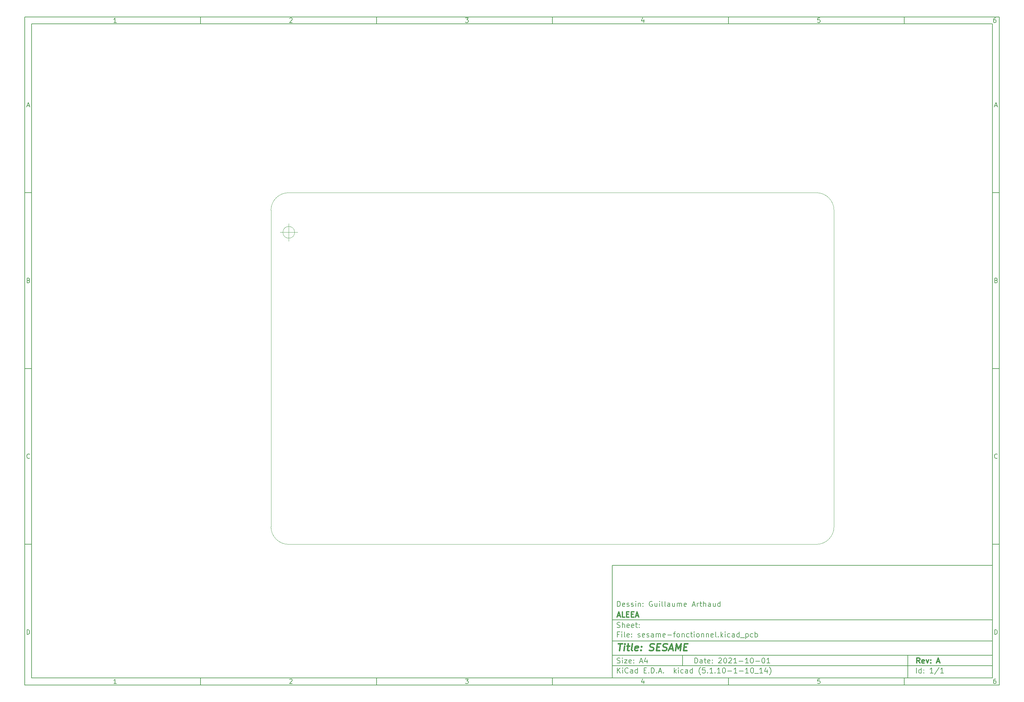
<source format=gbr>
%TF.GenerationSoftware,KiCad,Pcbnew,(5.1.10-1-10_14)*%
%TF.CreationDate,2021-10-01T13:06:55+02:00*%
%TF.ProjectId,sesame-fonctionnel,73657361-6d65-42d6-966f-6e6374696f6e,A*%
%TF.SameCoordinates,Original*%
%TF.FileFunction,Profile,NP*%
%FSLAX46Y46*%
G04 Gerber Fmt 4.6, Leading zero omitted, Abs format (unit mm)*
G04 Created by KiCad (PCBNEW (5.1.10-1-10_14)) date 2021-10-01 13:06:55*
%MOMM*%
%LPD*%
G01*
G04 APERTURE LIST*
%ADD10C,0.100000*%
%ADD11C,0.150000*%
%ADD12C,0.300000*%
%ADD13C,0.400000*%
%TA.AperFunction,Profile*%
%ADD14C,0.050000*%
%TD*%
G04 APERTURE END LIST*
D10*
D11*
X177002200Y-166007200D02*
X177002200Y-198007200D01*
X285002200Y-198007200D01*
X285002200Y-166007200D01*
X177002200Y-166007200D01*
D10*
D11*
X10000000Y-10000000D02*
X10000000Y-200007200D01*
X287002200Y-200007200D01*
X287002200Y-10000000D01*
X10000000Y-10000000D01*
D10*
D11*
X12000000Y-12000000D02*
X12000000Y-198007200D01*
X285002200Y-198007200D01*
X285002200Y-12000000D01*
X12000000Y-12000000D01*
D10*
D11*
X60000000Y-12000000D02*
X60000000Y-10000000D01*
D10*
D11*
X110000000Y-12000000D02*
X110000000Y-10000000D01*
D10*
D11*
X160000000Y-12000000D02*
X160000000Y-10000000D01*
D10*
D11*
X210000000Y-12000000D02*
X210000000Y-10000000D01*
D10*
D11*
X260000000Y-12000000D02*
X260000000Y-10000000D01*
D10*
D11*
X36065476Y-11588095D02*
X35322619Y-11588095D01*
X35694047Y-11588095D02*
X35694047Y-10288095D01*
X35570238Y-10473809D01*
X35446428Y-10597619D01*
X35322619Y-10659523D01*
D10*
D11*
X85322619Y-10411904D02*
X85384523Y-10350000D01*
X85508333Y-10288095D01*
X85817857Y-10288095D01*
X85941666Y-10350000D01*
X86003571Y-10411904D01*
X86065476Y-10535714D01*
X86065476Y-10659523D01*
X86003571Y-10845238D01*
X85260714Y-11588095D01*
X86065476Y-11588095D01*
D10*
D11*
X135260714Y-10288095D02*
X136065476Y-10288095D01*
X135632142Y-10783333D01*
X135817857Y-10783333D01*
X135941666Y-10845238D01*
X136003571Y-10907142D01*
X136065476Y-11030952D01*
X136065476Y-11340476D01*
X136003571Y-11464285D01*
X135941666Y-11526190D01*
X135817857Y-11588095D01*
X135446428Y-11588095D01*
X135322619Y-11526190D01*
X135260714Y-11464285D01*
D10*
D11*
X185941666Y-10721428D02*
X185941666Y-11588095D01*
X185632142Y-10226190D02*
X185322619Y-11154761D01*
X186127380Y-11154761D01*
D10*
D11*
X236003571Y-10288095D02*
X235384523Y-10288095D01*
X235322619Y-10907142D01*
X235384523Y-10845238D01*
X235508333Y-10783333D01*
X235817857Y-10783333D01*
X235941666Y-10845238D01*
X236003571Y-10907142D01*
X236065476Y-11030952D01*
X236065476Y-11340476D01*
X236003571Y-11464285D01*
X235941666Y-11526190D01*
X235817857Y-11588095D01*
X235508333Y-11588095D01*
X235384523Y-11526190D01*
X235322619Y-11464285D01*
D10*
D11*
X285941666Y-10288095D02*
X285694047Y-10288095D01*
X285570238Y-10350000D01*
X285508333Y-10411904D01*
X285384523Y-10597619D01*
X285322619Y-10845238D01*
X285322619Y-11340476D01*
X285384523Y-11464285D01*
X285446428Y-11526190D01*
X285570238Y-11588095D01*
X285817857Y-11588095D01*
X285941666Y-11526190D01*
X286003571Y-11464285D01*
X286065476Y-11340476D01*
X286065476Y-11030952D01*
X286003571Y-10907142D01*
X285941666Y-10845238D01*
X285817857Y-10783333D01*
X285570238Y-10783333D01*
X285446428Y-10845238D01*
X285384523Y-10907142D01*
X285322619Y-11030952D01*
D10*
D11*
X60000000Y-198007200D02*
X60000000Y-200007200D01*
D10*
D11*
X110000000Y-198007200D02*
X110000000Y-200007200D01*
D10*
D11*
X160000000Y-198007200D02*
X160000000Y-200007200D01*
D10*
D11*
X210000000Y-198007200D02*
X210000000Y-200007200D01*
D10*
D11*
X260000000Y-198007200D02*
X260000000Y-200007200D01*
D10*
D11*
X36065476Y-199595295D02*
X35322619Y-199595295D01*
X35694047Y-199595295D02*
X35694047Y-198295295D01*
X35570238Y-198481009D01*
X35446428Y-198604819D01*
X35322619Y-198666723D01*
D10*
D11*
X85322619Y-198419104D02*
X85384523Y-198357200D01*
X85508333Y-198295295D01*
X85817857Y-198295295D01*
X85941666Y-198357200D01*
X86003571Y-198419104D01*
X86065476Y-198542914D01*
X86065476Y-198666723D01*
X86003571Y-198852438D01*
X85260714Y-199595295D01*
X86065476Y-199595295D01*
D10*
D11*
X135260714Y-198295295D02*
X136065476Y-198295295D01*
X135632142Y-198790533D01*
X135817857Y-198790533D01*
X135941666Y-198852438D01*
X136003571Y-198914342D01*
X136065476Y-199038152D01*
X136065476Y-199347676D01*
X136003571Y-199471485D01*
X135941666Y-199533390D01*
X135817857Y-199595295D01*
X135446428Y-199595295D01*
X135322619Y-199533390D01*
X135260714Y-199471485D01*
D10*
D11*
X185941666Y-198728628D02*
X185941666Y-199595295D01*
X185632142Y-198233390D02*
X185322619Y-199161961D01*
X186127380Y-199161961D01*
D10*
D11*
X236003571Y-198295295D02*
X235384523Y-198295295D01*
X235322619Y-198914342D01*
X235384523Y-198852438D01*
X235508333Y-198790533D01*
X235817857Y-198790533D01*
X235941666Y-198852438D01*
X236003571Y-198914342D01*
X236065476Y-199038152D01*
X236065476Y-199347676D01*
X236003571Y-199471485D01*
X235941666Y-199533390D01*
X235817857Y-199595295D01*
X235508333Y-199595295D01*
X235384523Y-199533390D01*
X235322619Y-199471485D01*
D10*
D11*
X285941666Y-198295295D02*
X285694047Y-198295295D01*
X285570238Y-198357200D01*
X285508333Y-198419104D01*
X285384523Y-198604819D01*
X285322619Y-198852438D01*
X285322619Y-199347676D01*
X285384523Y-199471485D01*
X285446428Y-199533390D01*
X285570238Y-199595295D01*
X285817857Y-199595295D01*
X285941666Y-199533390D01*
X286003571Y-199471485D01*
X286065476Y-199347676D01*
X286065476Y-199038152D01*
X286003571Y-198914342D01*
X285941666Y-198852438D01*
X285817857Y-198790533D01*
X285570238Y-198790533D01*
X285446428Y-198852438D01*
X285384523Y-198914342D01*
X285322619Y-199038152D01*
D10*
D11*
X10000000Y-60000000D02*
X12000000Y-60000000D01*
D10*
D11*
X10000000Y-110000000D02*
X12000000Y-110000000D01*
D10*
D11*
X10000000Y-160000000D02*
X12000000Y-160000000D01*
D10*
D11*
X10690476Y-35216666D02*
X11309523Y-35216666D01*
X10566666Y-35588095D02*
X11000000Y-34288095D01*
X11433333Y-35588095D01*
D10*
D11*
X11092857Y-84907142D02*
X11278571Y-84969047D01*
X11340476Y-85030952D01*
X11402380Y-85154761D01*
X11402380Y-85340476D01*
X11340476Y-85464285D01*
X11278571Y-85526190D01*
X11154761Y-85588095D01*
X10659523Y-85588095D01*
X10659523Y-84288095D01*
X11092857Y-84288095D01*
X11216666Y-84350000D01*
X11278571Y-84411904D01*
X11340476Y-84535714D01*
X11340476Y-84659523D01*
X11278571Y-84783333D01*
X11216666Y-84845238D01*
X11092857Y-84907142D01*
X10659523Y-84907142D01*
D10*
D11*
X11402380Y-135464285D02*
X11340476Y-135526190D01*
X11154761Y-135588095D01*
X11030952Y-135588095D01*
X10845238Y-135526190D01*
X10721428Y-135402380D01*
X10659523Y-135278571D01*
X10597619Y-135030952D01*
X10597619Y-134845238D01*
X10659523Y-134597619D01*
X10721428Y-134473809D01*
X10845238Y-134350000D01*
X11030952Y-134288095D01*
X11154761Y-134288095D01*
X11340476Y-134350000D01*
X11402380Y-134411904D01*
D10*
D11*
X10659523Y-185588095D02*
X10659523Y-184288095D01*
X10969047Y-184288095D01*
X11154761Y-184350000D01*
X11278571Y-184473809D01*
X11340476Y-184597619D01*
X11402380Y-184845238D01*
X11402380Y-185030952D01*
X11340476Y-185278571D01*
X11278571Y-185402380D01*
X11154761Y-185526190D01*
X10969047Y-185588095D01*
X10659523Y-185588095D01*
D10*
D11*
X287002200Y-60000000D02*
X285002200Y-60000000D01*
D10*
D11*
X287002200Y-110000000D02*
X285002200Y-110000000D01*
D10*
D11*
X287002200Y-160000000D02*
X285002200Y-160000000D01*
D10*
D11*
X285692676Y-35216666D02*
X286311723Y-35216666D01*
X285568866Y-35588095D02*
X286002200Y-34288095D01*
X286435533Y-35588095D01*
D10*
D11*
X286095057Y-84907142D02*
X286280771Y-84969047D01*
X286342676Y-85030952D01*
X286404580Y-85154761D01*
X286404580Y-85340476D01*
X286342676Y-85464285D01*
X286280771Y-85526190D01*
X286156961Y-85588095D01*
X285661723Y-85588095D01*
X285661723Y-84288095D01*
X286095057Y-84288095D01*
X286218866Y-84350000D01*
X286280771Y-84411904D01*
X286342676Y-84535714D01*
X286342676Y-84659523D01*
X286280771Y-84783333D01*
X286218866Y-84845238D01*
X286095057Y-84907142D01*
X285661723Y-84907142D01*
D10*
D11*
X286404580Y-135464285D02*
X286342676Y-135526190D01*
X286156961Y-135588095D01*
X286033152Y-135588095D01*
X285847438Y-135526190D01*
X285723628Y-135402380D01*
X285661723Y-135278571D01*
X285599819Y-135030952D01*
X285599819Y-134845238D01*
X285661723Y-134597619D01*
X285723628Y-134473809D01*
X285847438Y-134350000D01*
X286033152Y-134288095D01*
X286156961Y-134288095D01*
X286342676Y-134350000D01*
X286404580Y-134411904D01*
D10*
D11*
X285661723Y-185588095D02*
X285661723Y-184288095D01*
X285971247Y-184288095D01*
X286156961Y-184350000D01*
X286280771Y-184473809D01*
X286342676Y-184597619D01*
X286404580Y-184845238D01*
X286404580Y-185030952D01*
X286342676Y-185278571D01*
X286280771Y-185402380D01*
X286156961Y-185526190D01*
X285971247Y-185588095D01*
X285661723Y-185588095D01*
D10*
D11*
X200434342Y-193785771D02*
X200434342Y-192285771D01*
X200791485Y-192285771D01*
X201005771Y-192357200D01*
X201148628Y-192500057D01*
X201220057Y-192642914D01*
X201291485Y-192928628D01*
X201291485Y-193142914D01*
X201220057Y-193428628D01*
X201148628Y-193571485D01*
X201005771Y-193714342D01*
X200791485Y-193785771D01*
X200434342Y-193785771D01*
X202577200Y-193785771D02*
X202577200Y-193000057D01*
X202505771Y-192857200D01*
X202362914Y-192785771D01*
X202077200Y-192785771D01*
X201934342Y-192857200D01*
X202577200Y-193714342D02*
X202434342Y-193785771D01*
X202077200Y-193785771D01*
X201934342Y-193714342D01*
X201862914Y-193571485D01*
X201862914Y-193428628D01*
X201934342Y-193285771D01*
X202077200Y-193214342D01*
X202434342Y-193214342D01*
X202577200Y-193142914D01*
X203077200Y-192785771D02*
X203648628Y-192785771D01*
X203291485Y-192285771D02*
X203291485Y-193571485D01*
X203362914Y-193714342D01*
X203505771Y-193785771D01*
X203648628Y-193785771D01*
X204720057Y-193714342D02*
X204577200Y-193785771D01*
X204291485Y-193785771D01*
X204148628Y-193714342D01*
X204077200Y-193571485D01*
X204077200Y-193000057D01*
X204148628Y-192857200D01*
X204291485Y-192785771D01*
X204577200Y-192785771D01*
X204720057Y-192857200D01*
X204791485Y-193000057D01*
X204791485Y-193142914D01*
X204077200Y-193285771D01*
X205434342Y-193642914D02*
X205505771Y-193714342D01*
X205434342Y-193785771D01*
X205362914Y-193714342D01*
X205434342Y-193642914D01*
X205434342Y-193785771D01*
X205434342Y-192857200D02*
X205505771Y-192928628D01*
X205434342Y-193000057D01*
X205362914Y-192928628D01*
X205434342Y-192857200D01*
X205434342Y-193000057D01*
X207220057Y-192428628D02*
X207291485Y-192357200D01*
X207434342Y-192285771D01*
X207791485Y-192285771D01*
X207934342Y-192357200D01*
X208005771Y-192428628D01*
X208077200Y-192571485D01*
X208077200Y-192714342D01*
X208005771Y-192928628D01*
X207148628Y-193785771D01*
X208077200Y-193785771D01*
X209005771Y-192285771D02*
X209148628Y-192285771D01*
X209291485Y-192357200D01*
X209362914Y-192428628D01*
X209434342Y-192571485D01*
X209505771Y-192857200D01*
X209505771Y-193214342D01*
X209434342Y-193500057D01*
X209362914Y-193642914D01*
X209291485Y-193714342D01*
X209148628Y-193785771D01*
X209005771Y-193785771D01*
X208862914Y-193714342D01*
X208791485Y-193642914D01*
X208720057Y-193500057D01*
X208648628Y-193214342D01*
X208648628Y-192857200D01*
X208720057Y-192571485D01*
X208791485Y-192428628D01*
X208862914Y-192357200D01*
X209005771Y-192285771D01*
X210077200Y-192428628D02*
X210148628Y-192357200D01*
X210291485Y-192285771D01*
X210648628Y-192285771D01*
X210791485Y-192357200D01*
X210862914Y-192428628D01*
X210934342Y-192571485D01*
X210934342Y-192714342D01*
X210862914Y-192928628D01*
X210005771Y-193785771D01*
X210934342Y-193785771D01*
X212362914Y-193785771D02*
X211505771Y-193785771D01*
X211934342Y-193785771D02*
X211934342Y-192285771D01*
X211791485Y-192500057D01*
X211648628Y-192642914D01*
X211505771Y-192714342D01*
X213005771Y-193214342D02*
X214148628Y-193214342D01*
X215648628Y-193785771D02*
X214791485Y-193785771D01*
X215220057Y-193785771D02*
X215220057Y-192285771D01*
X215077200Y-192500057D01*
X214934342Y-192642914D01*
X214791485Y-192714342D01*
X216577200Y-192285771D02*
X216720057Y-192285771D01*
X216862914Y-192357200D01*
X216934342Y-192428628D01*
X217005771Y-192571485D01*
X217077200Y-192857200D01*
X217077200Y-193214342D01*
X217005771Y-193500057D01*
X216934342Y-193642914D01*
X216862914Y-193714342D01*
X216720057Y-193785771D01*
X216577200Y-193785771D01*
X216434342Y-193714342D01*
X216362914Y-193642914D01*
X216291485Y-193500057D01*
X216220057Y-193214342D01*
X216220057Y-192857200D01*
X216291485Y-192571485D01*
X216362914Y-192428628D01*
X216434342Y-192357200D01*
X216577200Y-192285771D01*
X217720057Y-193214342D02*
X218862914Y-193214342D01*
X219862914Y-192285771D02*
X220005771Y-192285771D01*
X220148628Y-192357200D01*
X220220057Y-192428628D01*
X220291485Y-192571485D01*
X220362914Y-192857200D01*
X220362914Y-193214342D01*
X220291485Y-193500057D01*
X220220057Y-193642914D01*
X220148628Y-193714342D01*
X220005771Y-193785771D01*
X219862914Y-193785771D01*
X219720057Y-193714342D01*
X219648628Y-193642914D01*
X219577200Y-193500057D01*
X219505771Y-193214342D01*
X219505771Y-192857200D01*
X219577200Y-192571485D01*
X219648628Y-192428628D01*
X219720057Y-192357200D01*
X219862914Y-192285771D01*
X221791485Y-193785771D02*
X220934342Y-193785771D01*
X221362914Y-193785771D02*
X221362914Y-192285771D01*
X221220057Y-192500057D01*
X221077200Y-192642914D01*
X220934342Y-192714342D01*
D10*
D11*
X177002200Y-194507200D02*
X285002200Y-194507200D01*
D10*
D11*
X178434342Y-196585771D02*
X178434342Y-195085771D01*
X179291485Y-196585771D02*
X178648628Y-195728628D01*
X179291485Y-195085771D02*
X178434342Y-195942914D01*
X179934342Y-196585771D02*
X179934342Y-195585771D01*
X179934342Y-195085771D02*
X179862914Y-195157200D01*
X179934342Y-195228628D01*
X180005771Y-195157200D01*
X179934342Y-195085771D01*
X179934342Y-195228628D01*
X181505771Y-196442914D02*
X181434342Y-196514342D01*
X181220057Y-196585771D01*
X181077200Y-196585771D01*
X180862914Y-196514342D01*
X180720057Y-196371485D01*
X180648628Y-196228628D01*
X180577200Y-195942914D01*
X180577200Y-195728628D01*
X180648628Y-195442914D01*
X180720057Y-195300057D01*
X180862914Y-195157200D01*
X181077200Y-195085771D01*
X181220057Y-195085771D01*
X181434342Y-195157200D01*
X181505771Y-195228628D01*
X182791485Y-196585771D02*
X182791485Y-195800057D01*
X182720057Y-195657200D01*
X182577200Y-195585771D01*
X182291485Y-195585771D01*
X182148628Y-195657200D01*
X182791485Y-196514342D02*
X182648628Y-196585771D01*
X182291485Y-196585771D01*
X182148628Y-196514342D01*
X182077200Y-196371485D01*
X182077200Y-196228628D01*
X182148628Y-196085771D01*
X182291485Y-196014342D01*
X182648628Y-196014342D01*
X182791485Y-195942914D01*
X184148628Y-196585771D02*
X184148628Y-195085771D01*
X184148628Y-196514342D02*
X184005771Y-196585771D01*
X183720057Y-196585771D01*
X183577200Y-196514342D01*
X183505771Y-196442914D01*
X183434342Y-196300057D01*
X183434342Y-195871485D01*
X183505771Y-195728628D01*
X183577200Y-195657200D01*
X183720057Y-195585771D01*
X184005771Y-195585771D01*
X184148628Y-195657200D01*
X186005771Y-195800057D02*
X186505771Y-195800057D01*
X186720057Y-196585771D02*
X186005771Y-196585771D01*
X186005771Y-195085771D01*
X186720057Y-195085771D01*
X187362914Y-196442914D02*
X187434342Y-196514342D01*
X187362914Y-196585771D01*
X187291485Y-196514342D01*
X187362914Y-196442914D01*
X187362914Y-196585771D01*
X188077200Y-196585771D02*
X188077200Y-195085771D01*
X188434342Y-195085771D01*
X188648628Y-195157200D01*
X188791485Y-195300057D01*
X188862914Y-195442914D01*
X188934342Y-195728628D01*
X188934342Y-195942914D01*
X188862914Y-196228628D01*
X188791485Y-196371485D01*
X188648628Y-196514342D01*
X188434342Y-196585771D01*
X188077200Y-196585771D01*
X189577200Y-196442914D02*
X189648628Y-196514342D01*
X189577200Y-196585771D01*
X189505771Y-196514342D01*
X189577200Y-196442914D01*
X189577200Y-196585771D01*
X190220057Y-196157200D02*
X190934342Y-196157200D01*
X190077200Y-196585771D02*
X190577200Y-195085771D01*
X191077200Y-196585771D01*
X191577200Y-196442914D02*
X191648628Y-196514342D01*
X191577200Y-196585771D01*
X191505771Y-196514342D01*
X191577200Y-196442914D01*
X191577200Y-196585771D01*
X194577200Y-196585771D02*
X194577200Y-195085771D01*
X194720057Y-196014342D02*
X195148628Y-196585771D01*
X195148628Y-195585771D02*
X194577200Y-196157200D01*
X195791485Y-196585771D02*
X195791485Y-195585771D01*
X195791485Y-195085771D02*
X195720057Y-195157200D01*
X195791485Y-195228628D01*
X195862914Y-195157200D01*
X195791485Y-195085771D01*
X195791485Y-195228628D01*
X197148628Y-196514342D02*
X197005771Y-196585771D01*
X196720057Y-196585771D01*
X196577200Y-196514342D01*
X196505771Y-196442914D01*
X196434342Y-196300057D01*
X196434342Y-195871485D01*
X196505771Y-195728628D01*
X196577200Y-195657200D01*
X196720057Y-195585771D01*
X197005771Y-195585771D01*
X197148628Y-195657200D01*
X198434342Y-196585771D02*
X198434342Y-195800057D01*
X198362914Y-195657200D01*
X198220057Y-195585771D01*
X197934342Y-195585771D01*
X197791485Y-195657200D01*
X198434342Y-196514342D02*
X198291485Y-196585771D01*
X197934342Y-196585771D01*
X197791485Y-196514342D01*
X197720057Y-196371485D01*
X197720057Y-196228628D01*
X197791485Y-196085771D01*
X197934342Y-196014342D01*
X198291485Y-196014342D01*
X198434342Y-195942914D01*
X199791485Y-196585771D02*
X199791485Y-195085771D01*
X199791485Y-196514342D02*
X199648628Y-196585771D01*
X199362914Y-196585771D01*
X199220057Y-196514342D01*
X199148628Y-196442914D01*
X199077200Y-196300057D01*
X199077200Y-195871485D01*
X199148628Y-195728628D01*
X199220057Y-195657200D01*
X199362914Y-195585771D01*
X199648628Y-195585771D01*
X199791485Y-195657200D01*
X202077200Y-197157200D02*
X202005771Y-197085771D01*
X201862914Y-196871485D01*
X201791485Y-196728628D01*
X201720057Y-196514342D01*
X201648628Y-196157200D01*
X201648628Y-195871485D01*
X201720057Y-195514342D01*
X201791485Y-195300057D01*
X201862914Y-195157200D01*
X202005771Y-194942914D01*
X202077200Y-194871485D01*
X203362914Y-195085771D02*
X202648628Y-195085771D01*
X202577200Y-195800057D01*
X202648628Y-195728628D01*
X202791485Y-195657200D01*
X203148628Y-195657200D01*
X203291485Y-195728628D01*
X203362914Y-195800057D01*
X203434342Y-195942914D01*
X203434342Y-196300057D01*
X203362914Y-196442914D01*
X203291485Y-196514342D01*
X203148628Y-196585771D01*
X202791485Y-196585771D01*
X202648628Y-196514342D01*
X202577200Y-196442914D01*
X204077200Y-196442914D02*
X204148628Y-196514342D01*
X204077200Y-196585771D01*
X204005771Y-196514342D01*
X204077200Y-196442914D01*
X204077200Y-196585771D01*
X205577200Y-196585771D02*
X204720057Y-196585771D01*
X205148628Y-196585771D02*
X205148628Y-195085771D01*
X205005771Y-195300057D01*
X204862914Y-195442914D01*
X204720057Y-195514342D01*
X206220057Y-196442914D02*
X206291485Y-196514342D01*
X206220057Y-196585771D01*
X206148628Y-196514342D01*
X206220057Y-196442914D01*
X206220057Y-196585771D01*
X207720057Y-196585771D02*
X206862914Y-196585771D01*
X207291485Y-196585771D02*
X207291485Y-195085771D01*
X207148628Y-195300057D01*
X207005771Y-195442914D01*
X206862914Y-195514342D01*
X208648628Y-195085771D02*
X208791485Y-195085771D01*
X208934342Y-195157200D01*
X209005771Y-195228628D01*
X209077200Y-195371485D01*
X209148628Y-195657200D01*
X209148628Y-196014342D01*
X209077200Y-196300057D01*
X209005771Y-196442914D01*
X208934342Y-196514342D01*
X208791485Y-196585771D01*
X208648628Y-196585771D01*
X208505771Y-196514342D01*
X208434342Y-196442914D01*
X208362914Y-196300057D01*
X208291485Y-196014342D01*
X208291485Y-195657200D01*
X208362914Y-195371485D01*
X208434342Y-195228628D01*
X208505771Y-195157200D01*
X208648628Y-195085771D01*
X209791485Y-196014342D02*
X210934342Y-196014342D01*
X212434342Y-196585771D02*
X211577200Y-196585771D01*
X212005771Y-196585771D02*
X212005771Y-195085771D01*
X211862914Y-195300057D01*
X211720057Y-195442914D01*
X211577200Y-195514342D01*
X213077200Y-196014342D02*
X214220057Y-196014342D01*
X215720057Y-196585771D02*
X214862914Y-196585771D01*
X215291485Y-196585771D02*
X215291485Y-195085771D01*
X215148628Y-195300057D01*
X215005771Y-195442914D01*
X214862914Y-195514342D01*
X216648628Y-195085771D02*
X216791485Y-195085771D01*
X216934342Y-195157200D01*
X217005771Y-195228628D01*
X217077200Y-195371485D01*
X217148628Y-195657200D01*
X217148628Y-196014342D01*
X217077200Y-196300057D01*
X217005771Y-196442914D01*
X216934342Y-196514342D01*
X216791485Y-196585771D01*
X216648628Y-196585771D01*
X216505771Y-196514342D01*
X216434342Y-196442914D01*
X216362914Y-196300057D01*
X216291485Y-196014342D01*
X216291485Y-195657200D01*
X216362914Y-195371485D01*
X216434342Y-195228628D01*
X216505771Y-195157200D01*
X216648628Y-195085771D01*
X217434342Y-196728628D02*
X218577200Y-196728628D01*
X219720057Y-196585771D02*
X218862914Y-196585771D01*
X219291485Y-196585771D02*
X219291485Y-195085771D01*
X219148628Y-195300057D01*
X219005771Y-195442914D01*
X218862914Y-195514342D01*
X221005771Y-195585771D02*
X221005771Y-196585771D01*
X220648628Y-195014342D02*
X220291485Y-196085771D01*
X221220057Y-196085771D01*
X221648628Y-197157200D02*
X221720057Y-197085771D01*
X221862914Y-196871485D01*
X221934342Y-196728628D01*
X222005771Y-196514342D01*
X222077200Y-196157200D01*
X222077200Y-195871485D01*
X222005771Y-195514342D01*
X221934342Y-195300057D01*
X221862914Y-195157200D01*
X221720057Y-194942914D01*
X221648628Y-194871485D01*
D10*
D11*
X177002200Y-191507200D02*
X285002200Y-191507200D01*
D10*
D12*
X264411485Y-193785771D02*
X263911485Y-193071485D01*
X263554342Y-193785771D02*
X263554342Y-192285771D01*
X264125771Y-192285771D01*
X264268628Y-192357200D01*
X264340057Y-192428628D01*
X264411485Y-192571485D01*
X264411485Y-192785771D01*
X264340057Y-192928628D01*
X264268628Y-193000057D01*
X264125771Y-193071485D01*
X263554342Y-193071485D01*
X265625771Y-193714342D02*
X265482914Y-193785771D01*
X265197200Y-193785771D01*
X265054342Y-193714342D01*
X264982914Y-193571485D01*
X264982914Y-193000057D01*
X265054342Y-192857200D01*
X265197200Y-192785771D01*
X265482914Y-192785771D01*
X265625771Y-192857200D01*
X265697200Y-193000057D01*
X265697200Y-193142914D01*
X264982914Y-193285771D01*
X266197200Y-192785771D02*
X266554342Y-193785771D01*
X266911485Y-192785771D01*
X267482914Y-193642914D02*
X267554342Y-193714342D01*
X267482914Y-193785771D01*
X267411485Y-193714342D01*
X267482914Y-193642914D01*
X267482914Y-193785771D01*
X267482914Y-192857200D02*
X267554342Y-192928628D01*
X267482914Y-193000057D01*
X267411485Y-192928628D01*
X267482914Y-192857200D01*
X267482914Y-193000057D01*
X269268628Y-193357200D02*
X269982914Y-193357200D01*
X269125771Y-193785771D02*
X269625771Y-192285771D01*
X270125771Y-193785771D01*
D10*
D11*
X178362914Y-193714342D02*
X178577200Y-193785771D01*
X178934342Y-193785771D01*
X179077200Y-193714342D01*
X179148628Y-193642914D01*
X179220057Y-193500057D01*
X179220057Y-193357200D01*
X179148628Y-193214342D01*
X179077200Y-193142914D01*
X178934342Y-193071485D01*
X178648628Y-193000057D01*
X178505771Y-192928628D01*
X178434342Y-192857200D01*
X178362914Y-192714342D01*
X178362914Y-192571485D01*
X178434342Y-192428628D01*
X178505771Y-192357200D01*
X178648628Y-192285771D01*
X179005771Y-192285771D01*
X179220057Y-192357200D01*
X179862914Y-193785771D02*
X179862914Y-192785771D01*
X179862914Y-192285771D02*
X179791485Y-192357200D01*
X179862914Y-192428628D01*
X179934342Y-192357200D01*
X179862914Y-192285771D01*
X179862914Y-192428628D01*
X180434342Y-192785771D02*
X181220057Y-192785771D01*
X180434342Y-193785771D01*
X181220057Y-193785771D01*
X182362914Y-193714342D02*
X182220057Y-193785771D01*
X181934342Y-193785771D01*
X181791485Y-193714342D01*
X181720057Y-193571485D01*
X181720057Y-193000057D01*
X181791485Y-192857200D01*
X181934342Y-192785771D01*
X182220057Y-192785771D01*
X182362914Y-192857200D01*
X182434342Y-193000057D01*
X182434342Y-193142914D01*
X181720057Y-193285771D01*
X183077200Y-193642914D02*
X183148628Y-193714342D01*
X183077200Y-193785771D01*
X183005771Y-193714342D01*
X183077200Y-193642914D01*
X183077200Y-193785771D01*
X183077200Y-192857200D02*
X183148628Y-192928628D01*
X183077200Y-193000057D01*
X183005771Y-192928628D01*
X183077200Y-192857200D01*
X183077200Y-193000057D01*
X184862914Y-193357200D02*
X185577200Y-193357200D01*
X184720057Y-193785771D02*
X185220057Y-192285771D01*
X185720057Y-193785771D01*
X186862914Y-192785771D02*
X186862914Y-193785771D01*
X186505771Y-192214342D02*
X186148628Y-193285771D01*
X187077200Y-193285771D01*
D10*
D11*
X263434342Y-196585771D02*
X263434342Y-195085771D01*
X264791485Y-196585771D02*
X264791485Y-195085771D01*
X264791485Y-196514342D02*
X264648628Y-196585771D01*
X264362914Y-196585771D01*
X264220057Y-196514342D01*
X264148628Y-196442914D01*
X264077200Y-196300057D01*
X264077200Y-195871485D01*
X264148628Y-195728628D01*
X264220057Y-195657200D01*
X264362914Y-195585771D01*
X264648628Y-195585771D01*
X264791485Y-195657200D01*
X265505771Y-196442914D02*
X265577200Y-196514342D01*
X265505771Y-196585771D01*
X265434342Y-196514342D01*
X265505771Y-196442914D01*
X265505771Y-196585771D01*
X265505771Y-195657200D02*
X265577200Y-195728628D01*
X265505771Y-195800057D01*
X265434342Y-195728628D01*
X265505771Y-195657200D01*
X265505771Y-195800057D01*
X268148628Y-196585771D02*
X267291485Y-196585771D01*
X267720057Y-196585771D02*
X267720057Y-195085771D01*
X267577200Y-195300057D01*
X267434342Y-195442914D01*
X267291485Y-195514342D01*
X269862914Y-195014342D02*
X268577200Y-196942914D01*
X271148628Y-196585771D02*
X270291485Y-196585771D01*
X270720057Y-196585771D02*
X270720057Y-195085771D01*
X270577200Y-195300057D01*
X270434342Y-195442914D01*
X270291485Y-195514342D01*
D10*
D11*
X177002200Y-187507200D02*
X285002200Y-187507200D01*
D10*
D13*
X178714580Y-188211961D02*
X179857438Y-188211961D01*
X179036009Y-190211961D02*
X179286009Y-188211961D01*
X180274104Y-190211961D02*
X180440771Y-188878628D01*
X180524104Y-188211961D02*
X180416961Y-188307200D01*
X180500295Y-188402438D01*
X180607438Y-188307200D01*
X180524104Y-188211961D01*
X180500295Y-188402438D01*
X181107438Y-188878628D02*
X181869342Y-188878628D01*
X181476485Y-188211961D02*
X181262200Y-189926247D01*
X181333628Y-190116723D01*
X181512200Y-190211961D01*
X181702676Y-190211961D01*
X182655057Y-190211961D02*
X182476485Y-190116723D01*
X182405057Y-189926247D01*
X182619342Y-188211961D01*
X184190771Y-190116723D02*
X183988390Y-190211961D01*
X183607438Y-190211961D01*
X183428866Y-190116723D01*
X183357438Y-189926247D01*
X183452676Y-189164342D01*
X183571723Y-188973866D01*
X183774104Y-188878628D01*
X184155057Y-188878628D01*
X184333628Y-188973866D01*
X184405057Y-189164342D01*
X184381247Y-189354819D01*
X183405057Y-189545295D01*
X185155057Y-190021485D02*
X185238390Y-190116723D01*
X185131247Y-190211961D01*
X185047914Y-190116723D01*
X185155057Y-190021485D01*
X185131247Y-190211961D01*
X185286009Y-188973866D02*
X185369342Y-189069104D01*
X185262200Y-189164342D01*
X185178866Y-189069104D01*
X185286009Y-188973866D01*
X185262200Y-189164342D01*
X187524104Y-190116723D02*
X187797914Y-190211961D01*
X188274104Y-190211961D01*
X188476485Y-190116723D01*
X188583628Y-190021485D01*
X188702676Y-189831009D01*
X188726485Y-189640533D01*
X188655057Y-189450057D01*
X188571723Y-189354819D01*
X188393152Y-189259580D01*
X188024104Y-189164342D01*
X187845533Y-189069104D01*
X187762200Y-188973866D01*
X187690771Y-188783390D01*
X187714580Y-188592914D01*
X187833628Y-188402438D01*
X187940771Y-188307200D01*
X188143152Y-188211961D01*
X188619342Y-188211961D01*
X188893152Y-188307200D01*
X189643152Y-189164342D02*
X190309819Y-189164342D01*
X190464580Y-190211961D02*
X189512200Y-190211961D01*
X189762200Y-188211961D01*
X190714580Y-188211961D01*
X191238390Y-190116723D02*
X191512200Y-190211961D01*
X191988390Y-190211961D01*
X192190771Y-190116723D01*
X192297914Y-190021485D01*
X192416961Y-189831009D01*
X192440771Y-189640533D01*
X192369342Y-189450057D01*
X192286009Y-189354819D01*
X192107438Y-189259580D01*
X191738390Y-189164342D01*
X191559819Y-189069104D01*
X191476485Y-188973866D01*
X191405057Y-188783390D01*
X191428866Y-188592914D01*
X191547914Y-188402438D01*
X191655057Y-188307200D01*
X191857438Y-188211961D01*
X192333628Y-188211961D01*
X192607438Y-188307200D01*
X193202676Y-189640533D02*
X194155057Y-189640533D01*
X192940771Y-190211961D02*
X193857438Y-188211961D01*
X194274104Y-190211961D01*
X194940771Y-190211961D02*
X195190771Y-188211961D01*
X195678866Y-189640533D01*
X196524104Y-188211961D01*
X196274104Y-190211961D01*
X197357438Y-189164342D02*
X198024104Y-189164342D01*
X198178866Y-190211961D02*
X197226485Y-190211961D01*
X197476485Y-188211961D01*
X198428866Y-188211961D01*
D10*
D11*
X178934342Y-185600057D02*
X178434342Y-185600057D01*
X178434342Y-186385771D02*
X178434342Y-184885771D01*
X179148628Y-184885771D01*
X179720057Y-186385771D02*
X179720057Y-185385771D01*
X179720057Y-184885771D02*
X179648628Y-184957200D01*
X179720057Y-185028628D01*
X179791485Y-184957200D01*
X179720057Y-184885771D01*
X179720057Y-185028628D01*
X180648628Y-186385771D02*
X180505771Y-186314342D01*
X180434342Y-186171485D01*
X180434342Y-184885771D01*
X181791485Y-186314342D02*
X181648628Y-186385771D01*
X181362914Y-186385771D01*
X181220057Y-186314342D01*
X181148628Y-186171485D01*
X181148628Y-185600057D01*
X181220057Y-185457200D01*
X181362914Y-185385771D01*
X181648628Y-185385771D01*
X181791485Y-185457200D01*
X181862914Y-185600057D01*
X181862914Y-185742914D01*
X181148628Y-185885771D01*
X182505771Y-186242914D02*
X182577200Y-186314342D01*
X182505771Y-186385771D01*
X182434342Y-186314342D01*
X182505771Y-186242914D01*
X182505771Y-186385771D01*
X182505771Y-185457200D02*
X182577200Y-185528628D01*
X182505771Y-185600057D01*
X182434342Y-185528628D01*
X182505771Y-185457200D01*
X182505771Y-185600057D01*
X184291485Y-186314342D02*
X184434342Y-186385771D01*
X184720057Y-186385771D01*
X184862914Y-186314342D01*
X184934342Y-186171485D01*
X184934342Y-186100057D01*
X184862914Y-185957200D01*
X184720057Y-185885771D01*
X184505771Y-185885771D01*
X184362914Y-185814342D01*
X184291485Y-185671485D01*
X184291485Y-185600057D01*
X184362914Y-185457200D01*
X184505771Y-185385771D01*
X184720057Y-185385771D01*
X184862914Y-185457200D01*
X186148628Y-186314342D02*
X186005771Y-186385771D01*
X185720057Y-186385771D01*
X185577200Y-186314342D01*
X185505771Y-186171485D01*
X185505771Y-185600057D01*
X185577200Y-185457200D01*
X185720057Y-185385771D01*
X186005771Y-185385771D01*
X186148628Y-185457200D01*
X186220057Y-185600057D01*
X186220057Y-185742914D01*
X185505771Y-185885771D01*
X186791485Y-186314342D02*
X186934342Y-186385771D01*
X187220057Y-186385771D01*
X187362914Y-186314342D01*
X187434342Y-186171485D01*
X187434342Y-186100057D01*
X187362914Y-185957200D01*
X187220057Y-185885771D01*
X187005771Y-185885771D01*
X186862914Y-185814342D01*
X186791485Y-185671485D01*
X186791485Y-185600057D01*
X186862914Y-185457200D01*
X187005771Y-185385771D01*
X187220057Y-185385771D01*
X187362914Y-185457200D01*
X188720057Y-186385771D02*
X188720057Y-185600057D01*
X188648628Y-185457200D01*
X188505771Y-185385771D01*
X188220057Y-185385771D01*
X188077200Y-185457200D01*
X188720057Y-186314342D02*
X188577200Y-186385771D01*
X188220057Y-186385771D01*
X188077200Y-186314342D01*
X188005771Y-186171485D01*
X188005771Y-186028628D01*
X188077200Y-185885771D01*
X188220057Y-185814342D01*
X188577200Y-185814342D01*
X188720057Y-185742914D01*
X189434342Y-186385771D02*
X189434342Y-185385771D01*
X189434342Y-185528628D02*
X189505771Y-185457200D01*
X189648628Y-185385771D01*
X189862914Y-185385771D01*
X190005771Y-185457200D01*
X190077200Y-185600057D01*
X190077200Y-186385771D01*
X190077200Y-185600057D02*
X190148628Y-185457200D01*
X190291485Y-185385771D01*
X190505771Y-185385771D01*
X190648628Y-185457200D01*
X190720057Y-185600057D01*
X190720057Y-186385771D01*
X192005771Y-186314342D02*
X191862914Y-186385771D01*
X191577200Y-186385771D01*
X191434342Y-186314342D01*
X191362914Y-186171485D01*
X191362914Y-185600057D01*
X191434342Y-185457200D01*
X191577200Y-185385771D01*
X191862914Y-185385771D01*
X192005771Y-185457200D01*
X192077200Y-185600057D01*
X192077200Y-185742914D01*
X191362914Y-185885771D01*
X192720057Y-185814342D02*
X193862914Y-185814342D01*
X194362914Y-185385771D02*
X194934342Y-185385771D01*
X194577200Y-186385771D02*
X194577200Y-185100057D01*
X194648628Y-184957200D01*
X194791485Y-184885771D01*
X194934342Y-184885771D01*
X195648628Y-186385771D02*
X195505771Y-186314342D01*
X195434342Y-186242914D01*
X195362914Y-186100057D01*
X195362914Y-185671485D01*
X195434342Y-185528628D01*
X195505771Y-185457200D01*
X195648628Y-185385771D01*
X195862914Y-185385771D01*
X196005771Y-185457200D01*
X196077200Y-185528628D01*
X196148628Y-185671485D01*
X196148628Y-186100057D01*
X196077200Y-186242914D01*
X196005771Y-186314342D01*
X195862914Y-186385771D01*
X195648628Y-186385771D01*
X196791485Y-185385771D02*
X196791485Y-186385771D01*
X196791485Y-185528628D02*
X196862914Y-185457200D01*
X197005771Y-185385771D01*
X197220057Y-185385771D01*
X197362914Y-185457200D01*
X197434342Y-185600057D01*
X197434342Y-186385771D01*
X198791485Y-186314342D02*
X198648628Y-186385771D01*
X198362914Y-186385771D01*
X198220057Y-186314342D01*
X198148628Y-186242914D01*
X198077200Y-186100057D01*
X198077200Y-185671485D01*
X198148628Y-185528628D01*
X198220057Y-185457200D01*
X198362914Y-185385771D01*
X198648628Y-185385771D01*
X198791485Y-185457200D01*
X199220057Y-185385771D02*
X199791485Y-185385771D01*
X199434342Y-184885771D02*
X199434342Y-186171485D01*
X199505771Y-186314342D01*
X199648628Y-186385771D01*
X199791485Y-186385771D01*
X200291485Y-186385771D02*
X200291485Y-185385771D01*
X200291485Y-184885771D02*
X200220057Y-184957200D01*
X200291485Y-185028628D01*
X200362914Y-184957200D01*
X200291485Y-184885771D01*
X200291485Y-185028628D01*
X201220057Y-186385771D02*
X201077200Y-186314342D01*
X201005771Y-186242914D01*
X200934342Y-186100057D01*
X200934342Y-185671485D01*
X201005771Y-185528628D01*
X201077200Y-185457200D01*
X201220057Y-185385771D01*
X201434342Y-185385771D01*
X201577200Y-185457200D01*
X201648628Y-185528628D01*
X201720057Y-185671485D01*
X201720057Y-186100057D01*
X201648628Y-186242914D01*
X201577200Y-186314342D01*
X201434342Y-186385771D01*
X201220057Y-186385771D01*
X202362914Y-185385771D02*
X202362914Y-186385771D01*
X202362914Y-185528628D02*
X202434342Y-185457200D01*
X202577200Y-185385771D01*
X202791485Y-185385771D01*
X202934342Y-185457200D01*
X203005771Y-185600057D01*
X203005771Y-186385771D01*
X203720057Y-185385771D02*
X203720057Y-186385771D01*
X203720057Y-185528628D02*
X203791485Y-185457200D01*
X203934342Y-185385771D01*
X204148628Y-185385771D01*
X204291485Y-185457200D01*
X204362914Y-185600057D01*
X204362914Y-186385771D01*
X205648628Y-186314342D02*
X205505771Y-186385771D01*
X205220057Y-186385771D01*
X205077200Y-186314342D01*
X205005771Y-186171485D01*
X205005771Y-185600057D01*
X205077200Y-185457200D01*
X205220057Y-185385771D01*
X205505771Y-185385771D01*
X205648628Y-185457200D01*
X205720057Y-185600057D01*
X205720057Y-185742914D01*
X205005771Y-185885771D01*
X206577200Y-186385771D02*
X206434342Y-186314342D01*
X206362914Y-186171485D01*
X206362914Y-184885771D01*
X207148628Y-186242914D02*
X207220057Y-186314342D01*
X207148628Y-186385771D01*
X207077200Y-186314342D01*
X207148628Y-186242914D01*
X207148628Y-186385771D01*
X207862914Y-186385771D02*
X207862914Y-184885771D01*
X208005771Y-185814342D02*
X208434342Y-186385771D01*
X208434342Y-185385771D02*
X207862914Y-185957200D01*
X209077200Y-186385771D02*
X209077200Y-185385771D01*
X209077200Y-184885771D02*
X209005771Y-184957200D01*
X209077200Y-185028628D01*
X209148628Y-184957200D01*
X209077200Y-184885771D01*
X209077200Y-185028628D01*
X210434342Y-186314342D02*
X210291485Y-186385771D01*
X210005771Y-186385771D01*
X209862914Y-186314342D01*
X209791485Y-186242914D01*
X209720057Y-186100057D01*
X209720057Y-185671485D01*
X209791485Y-185528628D01*
X209862914Y-185457200D01*
X210005771Y-185385771D01*
X210291485Y-185385771D01*
X210434342Y-185457200D01*
X211720057Y-186385771D02*
X211720057Y-185600057D01*
X211648628Y-185457200D01*
X211505771Y-185385771D01*
X211220057Y-185385771D01*
X211077200Y-185457200D01*
X211720057Y-186314342D02*
X211577200Y-186385771D01*
X211220057Y-186385771D01*
X211077200Y-186314342D01*
X211005771Y-186171485D01*
X211005771Y-186028628D01*
X211077200Y-185885771D01*
X211220057Y-185814342D01*
X211577200Y-185814342D01*
X211720057Y-185742914D01*
X213077200Y-186385771D02*
X213077200Y-184885771D01*
X213077200Y-186314342D02*
X212934342Y-186385771D01*
X212648628Y-186385771D01*
X212505771Y-186314342D01*
X212434342Y-186242914D01*
X212362914Y-186100057D01*
X212362914Y-185671485D01*
X212434342Y-185528628D01*
X212505771Y-185457200D01*
X212648628Y-185385771D01*
X212934342Y-185385771D01*
X213077200Y-185457200D01*
X213434342Y-186528628D02*
X214577200Y-186528628D01*
X214934342Y-185385771D02*
X214934342Y-186885771D01*
X214934342Y-185457200D02*
X215077200Y-185385771D01*
X215362914Y-185385771D01*
X215505771Y-185457200D01*
X215577200Y-185528628D01*
X215648628Y-185671485D01*
X215648628Y-186100057D01*
X215577200Y-186242914D01*
X215505771Y-186314342D01*
X215362914Y-186385771D01*
X215077200Y-186385771D01*
X214934342Y-186314342D01*
X216934342Y-186314342D02*
X216791485Y-186385771D01*
X216505771Y-186385771D01*
X216362914Y-186314342D01*
X216291485Y-186242914D01*
X216220057Y-186100057D01*
X216220057Y-185671485D01*
X216291485Y-185528628D01*
X216362914Y-185457200D01*
X216505771Y-185385771D01*
X216791485Y-185385771D01*
X216934342Y-185457200D01*
X217577200Y-186385771D02*
X217577200Y-184885771D01*
X217577200Y-185457200D02*
X217720057Y-185385771D01*
X218005771Y-185385771D01*
X218148628Y-185457200D01*
X218220057Y-185528628D01*
X218291485Y-185671485D01*
X218291485Y-186100057D01*
X218220057Y-186242914D01*
X218148628Y-186314342D01*
X218005771Y-186385771D01*
X217720057Y-186385771D01*
X217577200Y-186314342D01*
D10*
D11*
X177002200Y-181507200D02*
X285002200Y-181507200D01*
D10*
D11*
X178362914Y-183614342D02*
X178577200Y-183685771D01*
X178934342Y-183685771D01*
X179077200Y-183614342D01*
X179148628Y-183542914D01*
X179220057Y-183400057D01*
X179220057Y-183257200D01*
X179148628Y-183114342D01*
X179077200Y-183042914D01*
X178934342Y-182971485D01*
X178648628Y-182900057D01*
X178505771Y-182828628D01*
X178434342Y-182757200D01*
X178362914Y-182614342D01*
X178362914Y-182471485D01*
X178434342Y-182328628D01*
X178505771Y-182257200D01*
X178648628Y-182185771D01*
X179005771Y-182185771D01*
X179220057Y-182257200D01*
X179862914Y-183685771D02*
X179862914Y-182185771D01*
X180505771Y-183685771D02*
X180505771Y-182900057D01*
X180434342Y-182757200D01*
X180291485Y-182685771D01*
X180077200Y-182685771D01*
X179934342Y-182757200D01*
X179862914Y-182828628D01*
X181791485Y-183614342D02*
X181648628Y-183685771D01*
X181362914Y-183685771D01*
X181220057Y-183614342D01*
X181148628Y-183471485D01*
X181148628Y-182900057D01*
X181220057Y-182757200D01*
X181362914Y-182685771D01*
X181648628Y-182685771D01*
X181791485Y-182757200D01*
X181862914Y-182900057D01*
X181862914Y-183042914D01*
X181148628Y-183185771D01*
X183077200Y-183614342D02*
X182934342Y-183685771D01*
X182648628Y-183685771D01*
X182505771Y-183614342D01*
X182434342Y-183471485D01*
X182434342Y-182900057D01*
X182505771Y-182757200D01*
X182648628Y-182685771D01*
X182934342Y-182685771D01*
X183077200Y-182757200D01*
X183148628Y-182900057D01*
X183148628Y-183042914D01*
X182434342Y-183185771D01*
X183577200Y-182685771D02*
X184148628Y-182685771D01*
X183791485Y-182185771D02*
X183791485Y-183471485D01*
X183862914Y-183614342D01*
X184005771Y-183685771D01*
X184148628Y-183685771D01*
X184648628Y-183542914D02*
X184720057Y-183614342D01*
X184648628Y-183685771D01*
X184577200Y-183614342D01*
X184648628Y-183542914D01*
X184648628Y-183685771D01*
X184648628Y-182757200D02*
X184720057Y-182828628D01*
X184648628Y-182900057D01*
X184577200Y-182828628D01*
X184648628Y-182757200D01*
X184648628Y-182900057D01*
D10*
D12*
X178482914Y-180257200D02*
X179197200Y-180257200D01*
X178340057Y-180685771D02*
X178840057Y-179185771D01*
X179340057Y-180685771D01*
X180554342Y-180685771D02*
X179840057Y-180685771D01*
X179840057Y-179185771D01*
X181054342Y-179900057D02*
X181554342Y-179900057D01*
X181768628Y-180685771D02*
X181054342Y-180685771D01*
X181054342Y-179185771D01*
X181768628Y-179185771D01*
X182411485Y-179900057D02*
X182911485Y-179900057D01*
X183125771Y-180685771D02*
X182411485Y-180685771D01*
X182411485Y-179185771D01*
X183125771Y-179185771D01*
X183697200Y-180257200D02*
X184411485Y-180257200D01*
X183554342Y-180685771D02*
X184054342Y-179185771D01*
X184554342Y-180685771D01*
D10*
D11*
X178434342Y-177685771D02*
X178434342Y-176185771D01*
X178791485Y-176185771D01*
X179005771Y-176257200D01*
X179148628Y-176400057D01*
X179220057Y-176542914D01*
X179291485Y-176828628D01*
X179291485Y-177042914D01*
X179220057Y-177328628D01*
X179148628Y-177471485D01*
X179005771Y-177614342D01*
X178791485Y-177685771D01*
X178434342Y-177685771D01*
X180505771Y-177614342D02*
X180362914Y-177685771D01*
X180077200Y-177685771D01*
X179934342Y-177614342D01*
X179862914Y-177471485D01*
X179862914Y-176900057D01*
X179934342Y-176757200D01*
X180077200Y-176685771D01*
X180362914Y-176685771D01*
X180505771Y-176757200D01*
X180577200Y-176900057D01*
X180577200Y-177042914D01*
X179862914Y-177185771D01*
X181148628Y-177614342D02*
X181291485Y-177685771D01*
X181577200Y-177685771D01*
X181720057Y-177614342D01*
X181791485Y-177471485D01*
X181791485Y-177400057D01*
X181720057Y-177257200D01*
X181577200Y-177185771D01*
X181362914Y-177185771D01*
X181220057Y-177114342D01*
X181148628Y-176971485D01*
X181148628Y-176900057D01*
X181220057Y-176757200D01*
X181362914Y-176685771D01*
X181577200Y-176685771D01*
X181720057Y-176757200D01*
X182362914Y-177614342D02*
X182505771Y-177685771D01*
X182791485Y-177685771D01*
X182934342Y-177614342D01*
X183005771Y-177471485D01*
X183005771Y-177400057D01*
X182934342Y-177257200D01*
X182791485Y-177185771D01*
X182577200Y-177185771D01*
X182434342Y-177114342D01*
X182362914Y-176971485D01*
X182362914Y-176900057D01*
X182434342Y-176757200D01*
X182577200Y-176685771D01*
X182791485Y-176685771D01*
X182934342Y-176757200D01*
X183648628Y-177685771D02*
X183648628Y-176685771D01*
X183648628Y-176185771D02*
X183577200Y-176257200D01*
X183648628Y-176328628D01*
X183720057Y-176257200D01*
X183648628Y-176185771D01*
X183648628Y-176328628D01*
X184362914Y-176685771D02*
X184362914Y-177685771D01*
X184362914Y-176828628D02*
X184434342Y-176757200D01*
X184577200Y-176685771D01*
X184791485Y-176685771D01*
X184934342Y-176757200D01*
X185005771Y-176900057D01*
X185005771Y-177685771D01*
X185720057Y-177542914D02*
X185791485Y-177614342D01*
X185720057Y-177685771D01*
X185648628Y-177614342D01*
X185720057Y-177542914D01*
X185720057Y-177685771D01*
X185720057Y-176757200D02*
X185791485Y-176828628D01*
X185720057Y-176900057D01*
X185648628Y-176828628D01*
X185720057Y-176757200D01*
X185720057Y-176900057D01*
X188362914Y-176257200D02*
X188220057Y-176185771D01*
X188005771Y-176185771D01*
X187791485Y-176257200D01*
X187648628Y-176400057D01*
X187577200Y-176542914D01*
X187505771Y-176828628D01*
X187505771Y-177042914D01*
X187577200Y-177328628D01*
X187648628Y-177471485D01*
X187791485Y-177614342D01*
X188005771Y-177685771D01*
X188148628Y-177685771D01*
X188362914Y-177614342D01*
X188434342Y-177542914D01*
X188434342Y-177042914D01*
X188148628Y-177042914D01*
X189720057Y-176685771D02*
X189720057Y-177685771D01*
X189077200Y-176685771D02*
X189077200Y-177471485D01*
X189148628Y-177614342D01*
X189291485Y-177685771D01*
X189505771Y-177685771D01*
X189648628Y-177614342D01*
X189720057Y-177542914D01*
X190434342Y-177685771D02*
X190434342Y-176685771D01*
X190434342Y-176185771D02*
X190362914Y-176257200D01*
X190434342Y-176328628D01*
X190505771Y-176257200D01*
X190434342Y-176185771D01*
X190434342Y-176328628D01*
X191362914Y-177685771D02*
X191220057Y-177614342D01*
X191148628Y-177471485D01*
X191148628Y-176185771D01*
X192148628Y-177685771D02*
X192005771Y-177614342D01*
X191934342Y-177471485D01*
X191934342Y-176185771D01*
X193362914Y-177685771D02*
X193362914Y-176900057D01*
X193291485Y-176757200D01*
X193148628Y-176685771D01*
X192862914Y-176685771D01*
X192720057Y-176757200D01*
X193362914Y-177614342D02*
X193220057Y-177685771D01*
X192862914Y-177685771D01*
X192720057Y-177614342D01*
X192648628Y-177471485D01*
X192648628Y-177328628D01*
X192720057Y-177185771D01*
X192862914Y-177114342D01*
X193220057Y-177114342D01*
X193362914Y-177042914D01*
X194720057Y-176685771D02*
X194720057Y-177685771D01*
X194077200Y-176685771D02*
X194077200Y-177471485D01*
X194148628Y-177614342D01*
X194291485Y-177685771D01*
X194505771Y-177685771D01*
X194648628Y-177614342D01*
X194720057Y-177542914D01*
X195434342Y-177685771D02*
X195434342Y-176685771D01*
X195434342Y-176828628D02*
X195505771Y-176757200D01*
X195648628Y-176685771D01*
X195862914Y-176685771D01*
X196005771Y-176757200D01*
X196077200Y-176900057D01*
X196077200Y-177685771D01*
X196077200Y-176900057D02*
X196148628Y-176757200D01*
X196291485Y-176685771D01*
X196505771Y-176685771D01*
X196648628Y-176757200D01*
X196720057Y-176900057D01*
X196720057Y-177685771D01*
X198005771Y-177614342D02*
X197862914Y-177685771D01*
X197577200Y-177685771D01*
X197434342Y-177614342D01*
X197362914Y-177471485D01*
X197362914Y-176900057D01*
X197434342Y-176757200D01*
X197577200Y-176685771D01*
X197862914Y-176685771D01*
X198005771Y-176757200D01*
X198077200Y-176900057D01*
X198077200Y-177042914D01*
X197362914Y-177185771D01*
X199791485Y-177257200D02*
X200505771Y-177257200D01*
X199648628Y-177685771D02*
X200148628Y-176185771D01*
X200648628Y-177685771D01*
X201148628Y-177685771D02*
X201148628Y-176685771D01*
X201148628Y-176971485D02*
X201220057Y-176828628D01*
X201291485Y-176757200D01*
X201434342Y-176685771D01*
X201577200Y-176685771D01*
X201862914Y-176685771D02*
X202434342Y-176685771D01*
X202077200Y-176185771D02*
X202077200Y-177471485D01*
X202148628Y-177614342D01*
X202291485Y-177685771D01*
X202434342Y-177685771D01*
X202934342Y-177685771D02*
X202934342Y-176185771D01*
X203577200Y-177685771D02*
X203577200Y-176900057D01*
X203505771Y-176757200D01*
X203362914Y-176685771D01*
X203148628Y-176685771D01*
X203005771Y-176757200D01*
X202934342Y-176828628D01*
X204934342Y-177685771D02*
X204934342Y-176900057D01*
X204862914Y-176757200D01*
X204720057Y-176685771D01*
X204434342Y-176685771D01*
X204291485Y-176757200D01*
X204934342Y-177614342D02*
X204791485Y-177685771D01*
X204434342Y-177685771D01*
X204291485Y-177614342D01*
X204220057Y-177471485D01*
X204220057Y-177328628D01*
X204291485Y-177185771D01*
X204434342Y-177114342D01*
X204791485Y-177114342D01*
X204934342Y-177042914D01*
X206291485Y-176685771D02*
X206291485Y-177685771D01*
X205648628Y-176685771D02*
X205648628Y-177471485D01*
X205720057Y-177614342D01*
X205862914Y-177685771D01*
X206077200Y-177685771D01*
X206220057Y-177614342D01*
X206291485Y-177542914D01*
X207648628Y-177685771D02*
X207648628Y-176185771D01*
X207648628Y-177614342D02*
X207505771Y-177685771D01*
X207220057Y-177685771D01*
X207077200Y-177614342D01*
X207005771Y-177542914D01*
X206934342Y-177400057D01*
X206934342Y-176971485D01*
X207005771Y-176828628D01*
X207077200Y-176757200D01*
X207220057Y-176685771D01*
X207505771Y-176685771D01*
X207648628Y-176757200D01*
D10*
D11*
X197002200Y-191507200D02*
X197002200Y-194507200D01*
D10*
D11*
X261002200Y-191507200D02*
X261002200Y-198007200D01*
D14*
X86726666Y-71265000D02*
G75*
G03*
X86726666Y-71265000I-1666666J0D01*
G01*
X82560000Y-71265000D02*
X87560000Y-71265000D01*
X85060000Y-68765000D02*
X85060000Y-73765000D01*
X235000000Y-60000000D02*
X85000000Y-60000000D01*
X240000000Y-155000000D02*
X240000000Y-65000000D01*
X85000000Y-160000000D02*
X235000000Y-160000000D01*
X80000000Y-65000000D02*
X80000000Y-155000000D01*
X240000000Y-155000000D02*
G75*
G02*
X235000000Y-160000000I-5000000J0D01*
G01*
X235000000Y-60000000D02*
G75*
G02*
X240000000Y-65000000I0J-5000000D01*
G01*
X80000000Y-65000000D02*
G75*
G02*
X85000000Y-60000000I5000000J0D01*
G01*
X85000000Y-160000000D02*
G75*
G02*
X80000000Y-155000000I0J5000000D01*
G01*
M02*

</source>
